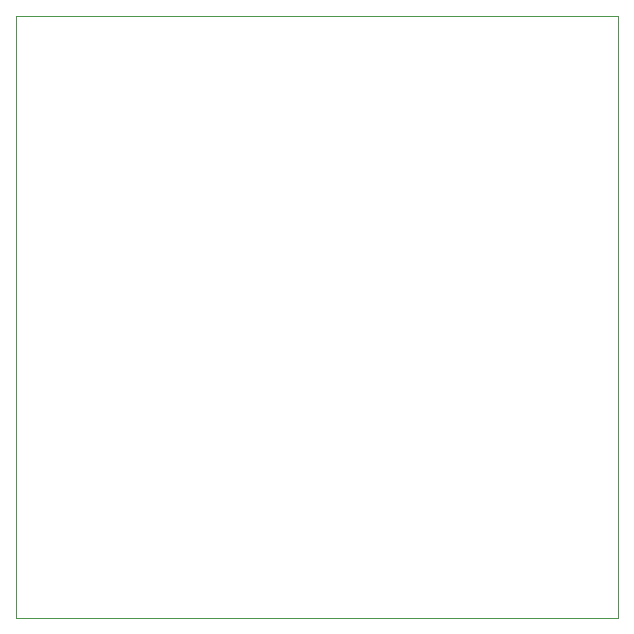
<source format=gbr>
G04 #@! TF.GenerationSoftware,KiCad,Pcbnew,(5.1.5-0-10_14)*
G04 #@! TF.CreationDate,2021-02-06T14:13:38+10:00*
G04 #@! TF.ProjectId,OH - Left Console - 4 - Exterior Lights Panel,4f48202d-204c-4656-9674-20436f6e736f,rev?*
G04 #@! TF.SameCoordinates,Original*
G04 #@! TF.FileFunction,Profile,NP*
%FSLAX46Y46*%
G04 Gerber Fmt 4.6, Leading zero omitted, Abs format (unit mm)*
G04 Created by KiCad (PCBNEW (5.1.5-0-10_14)) date 2021-02-06 14:13:38*
%MOMM*%
%LPD*%
G04 APERTURE LIST*
%ADD10C,0.050000*%
%ADD11C,0.120000*%
G04 APERTURE END LIST*
D10*
X97000000Y-148000000D02*
X97000000Y-97000000D01*
X148000000Y-97000000D02*
X148000000Y-148000000D01*
D11*
X97000000Y-148000000D02*
X148000000Y-148000000D01*
X97000000Y-97000000D02*
X148000000Y-97000000D01*
M02*

</source>
